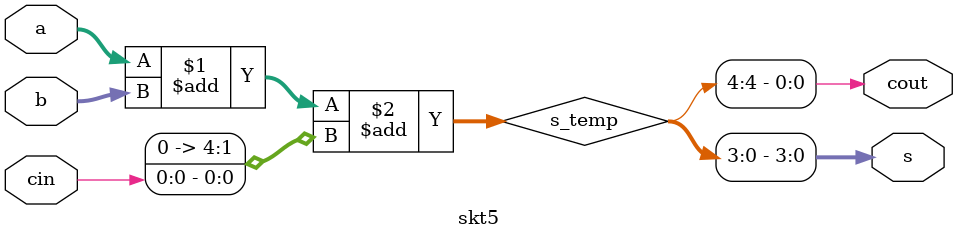
<source format=sv>

module skt5(
    input logic [3:0] a, b,
    input logic cin,
    output logic [3:0] s,
    output logic cout
);

    logic [4:0] s_temp;
    
    assign s_temp = a + b + {3'b000,cin};
    assign s = s_temp[3:0];
    assign cout = s_temp[4];
    
endmodule
</source>
